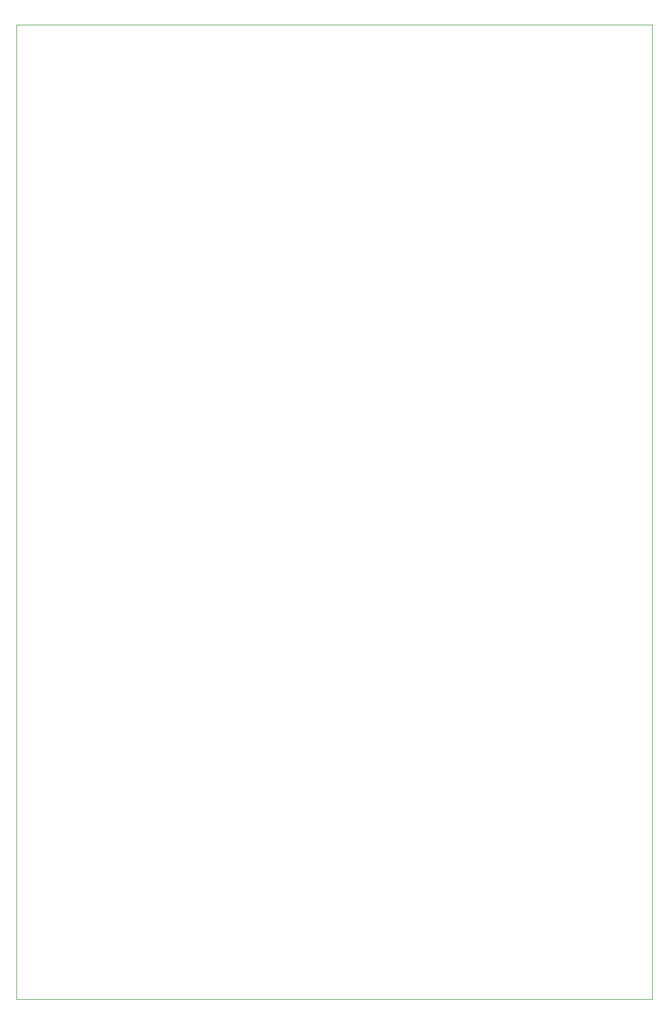
<source format=gbr>
G04 #@! TF.GenerationSoftware,KiCad,Pcbnew,(5.1.5)-3*
G04 #@! TF.CreationDate,2022-07-07T22:07:32-04:00*
G04 #@! TF.ProjectId,FAL6567i,46414c36-3536-4376-992e-6b696361645f,rev?*
G04 #@! TF.SameCoordinates,Original*
G04 #@! TF.FileFunction,Profile,NP*
%FSLAX46Y46*%
G04 Gerber Fmt 4.6, Leading zero omitted, Abs format (unit mm)*
G04 Created by KiCad (PCBNEW (5.1.5)-3) date 2022-07-07 22:07:32*
%MOMM*%
%LPD*%
G04 APERTURE LIST*
%ADD10C,0.100000*%
G04 APERTURE END LIST*
D10*
X155448000Y-33782000D02*
X155448000Y-183896000D01*
X57404000Y-33782000D02*
X155448000Y-33782000D01*
X57404000Y-183896000D02*
X57404000Y-33782000D01*
X155448000Y-183896000D02*
X57404000Y-183896000D01*
M02*

</source>
